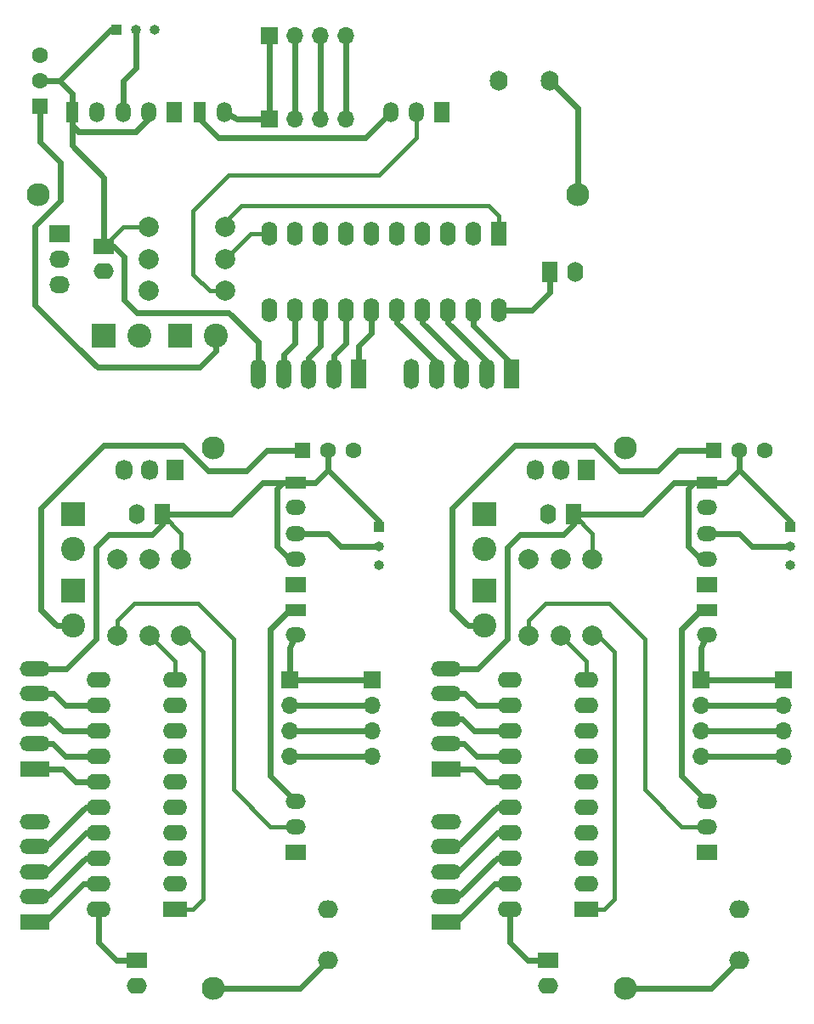
<source format=gbl>
%MOIN*%
%OFA0B0*%
%FSLAX46Y46*%
%IPPOS*%
%LPD*%
%ADD10C,0.0039370078740157488*%
%ADD11R,0.11811023622047245X0.059055118110236227*%
%ADD12O,0.11811023622047245X0.059055118110236227*%
%ADD13R,0.03937007874015748X0.03937007874015748*%
%ADD14O,0.03937007874015748X0.03937007874015748*%
%ADD15R,0.066929133858267723X0.066929133858267723*%
%ADD16O,0.066929133858267723X0.066929133858267723*%
%ADD17O,0.07874015748031496X0.07*%
%ADD18R,0.07874015748031496X0.051181102362204731*%
%ADD19O,0.07874015748031496X0.059055118110236227*%
%ADD20R,0.062992125984251982X0.07874015748031496*%
%ADD21O,0.062992125984251982X0.07874015748031496*%
%ADD22O,0.07874015748031496X0.062992125984251982*%
%ADD23R,0.07874015748031496X0.062992125984251982*%
%ADD24O,0.07874015748031496X0.059842519685039376*%
%ADD25R,0.07874015748031496X0.059842519685039376*%
%ADD26R,0.068X0.08*%
%ADD27O,0.068X0.08*%
%ADD28C,0.094488188976377951*%
%ADD29R,0.094488188976377951X0.094488188976377951*%
%ADD30C,0.0905511811023622*%
%ADD31C,0.07874015748031496*%
%ADD32R,0.059055118110236227X0.059055118110236227*%
%ADD33C,0.062992125984251982*%
%ADD34R,0.094488188976377951X0.062992125984251982*%
%ADD35O,0.094488188976377951X0.062992125984251982*%
%ADD36C,0.024000000000000004*%
%ADD37C,0.016*%
%ADD48C,0.0039370078740157488*%
%ADD49R,0.059055118110236227X0.11811023622047245*%
%ADD50O,0.059055118110236227X0.11811023622047245*%
%ADD51R,0.03937007874015748X0.03937007874015748*%
%ADD52O,0.03937007874015748X0.03937007874015748*%
%ADD53R,0.066929133858267723X0.066929133858267723*%
%ADD54O,0.066929133858267723X0.066929133858267723*%
%ADD55O,0.07X0.07874015748031496*%
%ADD56R,0.051181102362204731X0.07874015748031496*%
%ADD57O,0.059055118110236227X0.07874015748031496*%
%ADD58R,0.07874015748031496X0.062992125984251982*%
%ADD59O,0.07874015748031496X0.062992125984251982*%
%ADD60O,0.062992125984251982X0.07874015748031496*%
%ADD61R,0.062992125984251982X0.07874015748031496*%
%ADD62O,0.059842519685039376X0.07874015748031496*%
%ADD63R,0.059842519685039376X0.07874015748031496*%
%ADD64R,0.08X0.068*%
%ADD65O,0.08X0.068*%
%ADD66C,0.094488188976377951*%
%ADD67R,0.094488188976377951X0.094488188976377951*%
%ADD68C,0.0905511811023622*%
%ADD69C,0.07874015748031496*%
%ADD70R,0.059055118110236227X0.059055118110236227*%
%ADD71C,0.062992125984251982*%
%ADD72R,0.062992125984251982X0.094488188976377951*%
%ADD73O,0.062992125984251982X0.094488188976377951*%
%ADD74C,0.024000000000000004*%
%ADD75C,0.016*%
%ADD76C,0.0039370078740157488*%
%ADD77R,0.11811023622047245X0.059055118110236227*%
%ADD78O,0.11811023622047245X0.059055118110236227*%
%ADD79R,0.03937007874015748X0.03937007874015748*%
%ADD80O,0.03937007874015748X0.03937007874015748*%
%ADD81R,0.066929133858267723X0.066929133858267723*%
%ADD82O,0.066929133858267723X0.066929133858267723*%
%ADD83O,0.07874015748031496X0.07*%
%ADD84R,0.07874015748031496X0.051181102362204731*%
%ADD85O,0.07874015748031496X0.059055118110236227*%
%ADD86R,0.062992125984251982X0.07874015748031496*%
%ADD87O,0.062992125984251982X0.07874015748031496*%
%ADD88O,0.07874015748031496X0.062992125984251982*%
%ADD89R,0.07874015748031496X0.062992125984251982*%
%ADD90O,0.07874015748031496X0.059842519685039376*%
%ADD91R,0.07874015748031496X0.059842519685039376*%
%ADD92R,0.068X0.08*%
%ADD93O,0.068X0.08*%
%ADD94C,0.094488188976377951*%
%ADD95R,0.094488188976377951X0.094488188976377951*%
%ADD96C,0.0905511811023622*%
%ADD97C,0.07874015748031496*%
%ADD98R,0.059055118110236227X0.059055118110236227*%
%ADD99C,0.062992125984251982*%
%ADD100R,0.094488188976377951X0.062992125984251982*%
%ADD101O,0.094488188976377951X0.062992125984251982*%
%ADD102C,0.024000000000000004*%
%ADD103C,0.016*%
G01*
D10*
D11*
X-0004799999Y0004650000D02*
X0000100000Y0000350000D03*
D12*
X0000100000Y0000448425D03*
X0000100000Y0000546850D03*
X0000100000Y0000645275D03*
X0000100000Y0000743700D03*
D11*
X0000100000Y0000950000D03*
D12*
X0000100000Y0001048425D03*
X0000100000Y0001146850D03*
X0000100000Y0001245275D03*
X0000100000Y0001343700D03*
D13*
X0001450000Y0001900000D03*
D14*
X0001450000Y0001825000D03*
X0001450000Y0001750000D03*
D15*
X0001100000Y0001300000D03*
D16*
X0001100000Y0001200000D03*
X0001100000Y0001100000D03*
X0001100000Y0001000000D03*
D15*
X0001425000Y0001300000D03*
D16*
X0001425000Y0001200000D03*
X0001425000Y0001100000D03*
X0001425000Y0001000000D03*
D17*
X0001250000Y0000200000D03*
X0001250000Y0000400000D03*
D18*
X0001125000Y0001575000D03*
D19*
X0001125000Y0001476574D03*
D18*
X0001125000Y0002075000D03*
D19*
X0001125000Y0001976574D03*
D20*
X0000600000Y0001950000D03*
D21*
X0000501574Y0001950000D03*
D22*
X0000500000Y0000101574D03*
D23*
X0000500000Y0000200000D03*
D24*
X0001125000Y0001775000D03*
X0001125000Y0001875000D03*
D25*
X0001125000Y0001675000D03*
D24*
X0001125000Y0000725000D03*
X0001125000Y0000825000D03*
D25*
X0001125000Y0000625000D03*
D26*
X0000650000Y0002125000D03*
D27*
X0000550000Y0002125000D03*
X0000450000Y0002125000D03*
D28*
X0000250000Y0001812204D03*
D29*
X0000250000Y0001950000D03*
D28*
X0000250000Y0001512204D03*
D29*
X0000250000Y0001650000D03*
D30*
X0000802755Y0002209055D03*
X0000802755Y0000090944D03*
D31*
X0000425000Y0001475000D03*
X0000425000Y0001775000D03*
X0000550000Y0001775000D03*
X0000550000Y0001475000D03*
X0000675000Y0001475000D03*
X0000675000Y0001775000D03*
D32*
X0001150000Y0002200000D03*
D33*
X0001250000Y0002200000D03*
X0001350000Y0002200000D03*
D34*
X0000650000Y0000400000D03*
D35*
X0000350000Y0001300000D03*
X0000650000Y0000500000D03*
X0000350000Y0001200000D03*
X0000650000Y0000600000D03*
X0000350000Y0001100000D03*
X0000650000Y0000700000D03*
X0000350000Y0001000000D03*
X0000650000Y0000800000D03*
X0000350000Y0000900000D03*
X0000650000Y0000900000D03*
X0000350000Y0000800000D03*
X0000650000Y0001000000D03*
X0000350000Y0000700000D03*
X0000650000Y0001100000D03*
X0000350000Y0000600000D03*
X0000650000Y0001200000D03*
X0000350000Y0000500000D03*
X0000650000Y0001300000D03*
X0000350000Y0000400000D03*
D36*
X0001100000Y0001300000D02*
X0001100000Y0001426574D01*
X0001100000Y0001426574D02*
X0001125000Y0001476574D01*
X0001425000Y0001300000D02*
X0001100000Y0001300000D01*
X0000802755Y0000090944D02*
X0001140944Y0000090944D01*
X0001140944Y0000090944D02*
X0001250000Y0000200000D01*
X0001125000Y0001575000D02*
X0001100000Y0001575000D01*
X0001025000Y0001500000D02*
X0001100000Y0001575000D01*
X0001025000Y0000925000D02*
X0001125000Y0000825000D01*
X0001025000Y0000925000D02*
X0001025000Y0001350000D01*
X0001025000Y0001350000D02*
X0001025000Y0001500000D01*
X0001125000Y0001875000D02*
X0001250000Y0001875000D01*
X0001250000Y0001875000D02*
X0001300000Y0001825000D01*
X0001300000Y0001825000D02*
X0001450000Y0001825000D01*
X0001100000Y0001100000D02*
X0001425000Y0001100000D01*
X0001100000Y0001200000D02*
X0001425000Y0001200000D01*
D37*
X0000650000Y0001300000D02*
X0000650000Y0001375000D01*
X0000650000Y0001375000D02*
X0000550000Y0001475000D01*
X0000675000Y0001775000D02*
X0000675000Y0001875000D01*
X0000675000Y0001875000D02*
X0000600000Y0001950000D01*
D36*
X0000100000Y0001343700D02*
X0000223700Y0001343700D01*
X0000600000Y0001910000D02*
X0000600000Y0001950000D01*
X0000560000Y0001870000D02*
X0000600000Y0001910000D01*
X0000390000Y0001870000D02*
X0000560000Y0001870000D01*
X0000340000Y0001820000D02*
X0000390000Y0001870000D01*
X0000340000Y0001460000D02*
X0000340000Y0001820000D01*
X0000223700Y0001343700D02*
X0000340000Y0001460000D01*
X0000350000Y0000400000D02*
X0000350000Y0000270000D01*
X0000420000Y0000200000D02*
X0000500000Y0000200000D01*
X0000350000Y0000270000D02*
X0000420000Y0000200000D01*
X0001125000Y0002075000D02*
X0000995000Y0002075000D01*
X0000995000Y0002075000D02*
X0000870000Y0001950000D01*
X0000870000Y0001950000D02*
X0000600000Y0001950000D01*
X0001125000Y0001775000D02*
X0001100000Y0001775000D01*
X0001100000Y0001775000D02*
X0001075000Y0001800000D01*
X0001075000Y0001800000D02*
X0001050000Y0001825000D01*
X0001075000Y0002075000D02*
X0001125000Y0002075000D01*
X0001050000Y0002050000D02*
X0001075000Y0002075000D01*
X0001050000Y0001825000D02*
X0001050000Y0002050000D01*
X0001450000Y0001900000D02*
X0001450000Y0001925000D01*
X0001450000Y0001925000D02*
X0001250000Y0002125000D01*
X0001125000Y0002075000D02*
X0001200000Y0002075000D01*
X0001250000Y0002125000D02*
X0001250000Y0002200000D01*
X0001200000Y0002075000D02*
X0001250000Y0002125000D01*
X0000100000Y0000350000D02*
X0000140000Y0000350000D01*
X0000140000Y0000350000D02*
X0000290000Y0000500000D01*
X0000290000Y0000500000D02*
X0000350000Y0000500000D01*
X0000100000Y0000448425D02*
X0000148425Y0000448425D01*
X0000148425Y0000448425D02*
X0000300000Y0000600000D01*
X0000300000Y0000600000D02*
X0000350000Y0000600000D01*
X0000100000Y0000546850D02*
X0000146850Y0000546850D01*
X0000146850Y0000546850D02*
X0000300000Y0000700000D01*
X0000300000Y0000700000D02*
X0000350000Y0000700000D01*
X0000100000Y0000645275D02*
X0000145275Y0000645275D01*
X0000145275Y0000645275D02*
X0000300000Y0000800000D01*
X0000300000Y0000800000D02*
X0000350000Y0000800000D01*
X0000100000Y0000950000D02*
X0000210000Y0000950000D01*
X0000260000Y0000900000D02*
X0000350000Y0000900000D01*
X0000210000Y0000950000D02*
X0000260000Y0000900000D01*
X0000100000Y0001048425D02*
X0000171574Y0001048425D01*
X0000220000Y0001000000D02*
X0000350000Y0001000000D01*
X0000171574Y0001048425D02*
X0000220000Y0001000000D01*
X0000100000Y0001048425D02*
X0000151574Y0001048425D01*
X0000325000Y0001000000D02*
X0000350000Y0001000000D01*
X0000100000Y0001146850D02*
X0000163149Y0001146850D01*
X0000210000Y0001100000D02*
X0000350000Y0001100000D01*
X0000163149Y0001146850D02*
X0000210000Y0001100000D01*
X0000325000Y0001100000D02*
X0000350000Y0001100000D01*
X0000100000Y0001245275D02*
X0000174724Y0001245275D01*
X0000220000Y0001200000D02*
X0000350000Y0001200000D01*
X0000174724Y0001245275D02*
X0000220000Y0001200000D01*
X0001150000Y0002200000D02*
X0001010000Y0002200000D01*
X0000187795Y0001512204D02*
X0000125000Y0001575000D01*
X0000125000Y0001575000D02*
X0000125000Y0001975000D01*
X0000125000Y0001975000D02*
X0000200000Y0002050000D01*
X0000187795Y0001512204D02*
X0000250000Y0001512204D01*
X0000370000Y0002220000D02*
X0000200000Y0002050000D01*
X0000680000Y0002220000D02*
X0000370000Y0002220000D01*
X0000780000Y0002120000D02*
X0000680000Y0002220000D01*
X0000930000Y0002120000D02*
X0000780000Y0002120000D01*
X0001010000Y0002200000D02*
X0000930000Y0002120000D01*
X0001100000Y0001000000D02*
X0001425000Y0001000000D01*
D37*
X0001125000Y0000725000D02*
X0001025000Y0000725000D01*
X0000425000Y0001535000D02*
X0000425000Y0001475000D01*
X0000490000Y0001600000D02*
X0000425000Y0001535000D01*
X0000740000Y0001600000D02*
X0000490000Y0001600000D01*
X0000880000Y0001460000D02*
X0000740000Y0001600000D01*
X0000880000Y0000870000D02*
X0000880000Y0001460000D01*
X0001025000Y0000725000D02*
X0000880000Y0000870000D01*
X0000650000Y0000400000D02*
X0000720000Y0000400000D01*
X0000710000Y0001460000D02*
X0000675000Y0001475000D01*
X0000760000Y0001410000D02*
X0000710000Y0001460000D01*
X0000760000Y0000440000D02*
X0000760000Y0001410000D01*
X0000720000Y0000400000D02*
X0000760000Y0000440000D01*
G04 next file*
G04 #@! TF.FileFunction,Copper,L2,Bot,Signal*
G04 Gerber Fmt 4.6, Leading zero omitted, Abs format (unit mm)*
G04 Created by KiCad (PCBNEW 4.0.7) date 10/20/19 14:23:03*
G01*
G04 APERTURE LIST*
G04 APERTURE END LIST*
D48*
D49*
X-0002327165Y-0002398425D02*
X0001972834Y0002501574D03*
D50*
X0001874409Y0002501574D03*
X0001775984Y0002501574D03*
X0001677559Y0002501574D03*
X0001579133Y0002501574D03*
D49*
X0001372834Y0002501574D03*
D50*
X0001274409Y0002501574D03*
X0001175984Y0002501574D03*
X0001077559Y0002501574D03*
X0000979133Y0002501574D03*
D51*
X0000422834Y0003851574D03*
D52*
X0000497834Y0003851574D03*
X0000572834Y0003851574D03*
D53*
X0001022834Y0003501574D03*
D54*
X0001122834Y0003501574D03*
X0001222834Y0003501574D03*
X0001322834Y0003501574D03*
D53*
X0001022834Y0003826574D03*
D54*
X0001122834Y0003826574D03*
X0001222834Y0003826574D03*
X0001322834Y0003826574D03*
D55*
X0002122834Y0003651574D03*
X0001922834Y0003651574D03*
D56*
X0000747834Y0003526574D03*
D57*
X0000846259Y0003526574D03*
D56*
X0000247834Y0003526574D03*
D57*
X0000346259Y0003526574D03*
D58*
X0000372834Y0003001574D03*
D59*
X0000372834Y0002903149D03*
D60*
X0002221259Y0002901574D03*
D61*
X0002122834Y0002901574D03*
D62*
X0000547834Y0003526574D03*
X0000447834Y0003526574D03*
D63*
X0000647834Y0003526574D03*
D62*
X0001597834Y0003526574D03*
X0001497834Y0003526574D03*
D63*
X0001697834Y0003526574D03*
D64*
X0000197834Y0003051574D03*
D65*
X0000197834Y0002951574D03*
X0000197834Y0002851574D03*
D66*
X0000510629Y0002651574D03*
D67*
X0000372834Y0002651574D03*
D66*
X0000810629Y0002651574D03*
D67*
X0000672834Y0002651574D03*
D68*
X0000113779Y0003204330D03*
X0002231889Y0003204330D03*
D69*
X0000847834Y0002826574D03*
X0000547834Y0002826574D03*
X0000547834Y0002951574D03*
X0000847834Y0002951574D03*
X0000847834Y0003076574D03*
X0000547834Y0003076574D03*
D70*
X0000122834Y0003551574D03*
D71*
X0000122834Y0003651574D03*
X0000122834Y0003751574D03*
D72*
X0001922834Y0003051574D03*
D73*
X0001022834Y0002751574D03*
X0001822834Y0003051574D03*
X0001122834Y0002751574D03*
X0001722834Y0003051574D03*
X0001222834Y0002751574D03*
X0001622834Y0003051574D03*
X0001322834Y0002751574D03*
X0001522834Y0003051574D03*
X0001422834Y0002751574D03*
X0001422834Y0003051574D03*
X0001522834Y0002751574D03*
X0001322834Y0003051574D03*
X0001622834Y0002751574D03*
X0001222834Y0003051574D03*
X0001722834Y0002751574D03*
X0001122834Y0003051574D03*
X0001822834Y0002751574D03*
X0001022834Y0003051574D03*
X0001922834Y0002751574D03*
D74*
X0001022834Y0003501574D02*
X0000896259Y0003501574D01*
X0000896259Y0003501574D02*
X0000846259Y0003526574D01*
X0001022834Y0003826574D02*
X0001022834Y0003501574D01*
X0002231889Y0003204330D02*
X0002231889Y0003542519D01*
X0002231889Y0003542519D02*
X0002122834Y0003651574D01*
X0000747834Y0003526574D02*
X0000747834Y0003501574D01*
X0000822834Y0003426574D02*
X0000747834Y0003501574D01*
X0001397834Y0003426574D02*
X0001497834Y0003526574D01*
X0001397834Y0003426574D02*
X0000972834Y0003426574D01*
X0000972834Y0003426574D02*
X0000822834Y0003426574D01*
X0000447834Y0003526574D02*
X0000447834Y0003651574D01*
X0000447834Y0003651574D02*
X0000497834Y0003701574D01*
X0000497834Y0003701574D02*
X0000497834Y0003851574D01*
X0001222834Y0003501574D02*
X0001222834Y0003826574D01*
X0001122834Y0003501574D02*
X0001122834Y0003826574D01*
D75*
X0001022834Y0003051574D02*
X0000947834Y0003051574D01*
X0000947834Y0003051574D02*
X0000847834Y0002951574D01*
X0000547834Y0003076574D02*
X0000447834Y0003076574D01*
X0000447834Y0003076574D02*
X0000372834Y0003001574D01*
D74*
X0000979133Y0002501574D02*
X0000979133Y0002625275D01*
X0000412834Y0003001574D02*
X0000372834Y0003001574D01*
X0000452834Y0002961574D02*
X0000412834Y0003001574D01*
X0000452834Y0002791574D02*
X0000452834Y0002961574D01*
X0000502834Y0002741574D02*
X0000452834Y0002791574D01*
X0000862834Y0002741574D02*
X0000502834Y0002741574D01*
X0000979133Y0002625275D02*
X0000862834Y0002741574D01*
X0001922834Y0002751574D02*
X0002052834Y0002751574D01*
X0002122834Y0002821574D02*
X0002122834Y0002901574D01*
X0002052834Y0002751574D02*
X0002122834Y0002821574D01*
X0000247834Y0003526574D02*
X0000247834Y0003396574D01*
X0000247834Y0003396574D02*
X0000372834Y0003271574D01*
X0000372834Y0003271574D02*
X0000372834Y0003001574D01*
X0000547834Y0003526574D02*
X0000547834Y0003501574D01*
X0000547834Y0003501574D02*
X0000522834Y0003476574D01*
X0000522834Y0003476574D02*
X0000497834Y0003451574D01*
X0000247834Y0003476574D02*
X0000247834Y0003526574D01*
X0000272834Y0003451574D02*
X0000247834Y0003476574D01*
X0000497834Y0003451574D02*
X0000272834Y0003451574D01*
X0000422834Y0003851574D02*
X0000397834Y0003851574D01*
X0000397834Y0003851574D02*
X0000197834Y0003651574D01*
X0000247834Y0003526574D02*
X0000247834Y0003601574D01*
X0000197834Y0003651574D02*
X0000122834Y0003651574D01*
X0000247834Y0003601574D02*
X0000197834Y0003651574D01*
X0001972834Y0002501574D02*
X0001972834Y0002541574D01*
X0001972834Y0002541574D02*
X0001822834Y0002691574D01*
X0001822834Y0002691574D02*
X0001822834Y0002751574D01*
X0001874409Y0002501574D02*
X0001874409Y0002550000D01*
X0001874409Y0002550000D02*
X0001722834Y0002701574D01*
X0001722834Y0002701574D02*
X0001722834Y0002751574D01*
X0001775984Y0002501574D02*
X0001775984Y0002548425D01*
X0001775984Y0002548425D02*
X0001622834Y0002701574D01*
X0001622834Y0002701574D02*
X0001622834Y0002751574D01*
X0001677559Y0002501574D02*
X0001677559Y0002546850D01*
X0001677559Y0002546850D02*
X0001522834Y0002701574D01*
X0001522834Y0002701574D02*
X0001522834Y0002751574D01*
X0001372834Y0002501574D02*
X0001372834Y0002611574D01*
X0001422834Y0002661574D02*
X0001422834Y0002751574D01*
X0001372834Y0002611574D02*
X0001422834Y0002661574D01*
X0001274409Y0002501574D02*
X0001274409Y0002573149D01*
X0001322834Y0002621574D02*
X0001322834Y0002751574D01*
X0001274409Y0002573149D02*
X0001322834Y0002621574D01*
X0001274409Y0002501574D02*
X0001274409Y0002553149D01*
X0001322834Y0002726574D02*
X0001322834Y0002751574D01*
X0001175984Y0002501574D02*
X0001175984Y0002564724D01*
X0001222834Y0002611574D02*
X0001222834Y0002751574D01*
X0001175984Y0002564724D02*
X0001222834Y0002611574D01*
X0001222834Y0002726574D02*
X0001222834Y0002751574D01*
X0001077559Y0002501574D02*
X0001077559Y0002576299D01*
X0001122834Y0002621574D02*
X0001122834Y0002751574D01*
X0001077559Y0002576299D02*
X0001122834Y0002621574D01*
X0000122834Y0003551574D02*
X0000122834Y0003411574D01*
X0000810629Y0002589370D02*
X0000747834Y0002526574D01*
X0000747834Y0002526574D02*
X0000347834Y0002526574D01*
X0000347834Y0002526574D02*
X0000272834Y0002601574D01*
X0000810629Y0002589370D02*
X0000810629Y0002651574D01*
X0000102834Y0002771574D02*
X0000272834Y0002601574D01*
X0000102834Y0003081574D02*
X0000102834Y0002771574D01*
X0000202834Y0003181574D02*
X0000102834Y0003081574D01*
X0000202834Y0003331574D02*
X0000202834Y0003181574D01*
X0000122834Y0003411574D02*
X0000202834Y0003331574D01*
X0001322834Y0003501574D02*
X0001322834Y0003826574D01*
D75*
X0001597834Y0003526574D02*
X0001597834Y0003426574D01*
X0000787834Y0002826574D02*
X0000847834Y0002826574D01*
X0000722834Y0002891574D02*
X0000787834Y0002826574D01*
X0000722834Y0003141574D02*
X0000722834Y0002891574D01*
X0000862834Y0003281574D02*
X0000722834Y0003141574D01*
X0001452834Y0003281574D02*
X0000862834Y0003281574D01*
X0001597834Y0003426574D02*
X0001452834Y0003281574D01*
X0001922834Y0003051574D02*
X0001922834Y0003121574D01*
X0000862834Y0003111574D02*
X0000847834Y0003076574D01*
X0000912834Y0003161574D02*
X0000862834Y0003111574D01*
X0001882834Y0003161574D02*
X0000912834Y0003161574D01*
X0001922834Y0003121574D02*
X0001882834Y0003161574D01*
G04 next file*
G04 #@! TF.FileFunction,Copper,L2,Bot,Signal*
G04 Gerber Fmt 4.6, Leading zero omitted, Abs format (unit mm)*
G04 Created by KiCad (PCBNEW 4.0.7) date 10/20/19 14:23:03*
G01*
G04 APERTURE LIST*
G04 APERTURE END LIST*
D76*
D77*
X-0003185826Y0004650000D02*
X0001714173Y0000350000D03*
D78*
X0001714173Y0000448425D03*
X0001714173Y0000546850D03*
X0001714173Y0000645275D03*
X0001714173Y0000743700D03*
D77*
X0001714173Y0000950000D03*
D78*
X0001714173Y0001048425D03*
X0001714173Y0001146850D03*
X0001714173Y0001245275D03*
X0001714173Y0001343700D03*
D79*
X0003064173Y0001900000D03*
D80*
X0003064173Y0001825000D03*
X0003064173Y0001750000D03*
D81*
X0002714173Y0001300000D03*
D82*
X0002714173Y0001200000D03*
X0002714173Y0001100000D03*
X0002714173Y0001000000D03*
D81*
X0003039173Y0001300000D03*
D82*
X0003039173Y0001200000D03*
X0003039173Y0001100000D03*
X0003039173Y0001000000D03*
D83*
X0002864173Y0000200000D03*
X0002864173Y0000400000D03*
D84*
X0002739173Y0001575000D03*
D85*
X0002739173Y0001476574D03*
D84*
X0002739173Y0002075000D03*
D85*
X0002739173Y0001976574D03*
D86*
X0002214173Y0001950000D03*
D87*
X0002115748Y0001950000D03*
D88*
X0002114173Y0000101574D03*
D89*
X0002114173Y0000200000D03*
D90*
X0002739173Y0001775000D03*
X0002739173Y0001875000D03*
D91*
X0002739173Y0001675000D03*
D90*
X0002739173Y0000725000D03*
X0002739173Y0000825000D03*
D91*
X0002739173Y0000625000D03*
D92*
X0002264173Y0002125000D03*
D93*
X0002164173Y0002125000D03*
X0002064173Y0002125000D03*
D94*
X0001864173Y0001812204D03*
D95*
X0001864173Y0001950000D03*
D94*
X0001864173Y0001512204D03*
D95*
X0001864173Y0001650000D03*
D96*
X0002416929Y0002209055D03*
X0002416929Y0000090944D03*
D97*
X0002039173Y0001475000D03*
X0002039173Y0001775000D03*
X0002164173Y0001775000D03*
X0002164173Y0001475000D03*
X0002289173Y0001475000D03*
X0002289173Y0001775000D03*
D98*
X0002764173Y0002200000D03*
D99*
X0002864173Y0002200000D03*
X0002964173Y0002200000D03*
D100*
X0002264173Y0000400000D03*
D101*
X0001964173Y0001300000D03*
X0002264173Y0000500000D03*
X0001964173Y0001200000D03*
X0002264173Y0000600000D03*
X0001964173Y0001100000D03*
X0002264173Y0000700000D03*
X0001964173Y0001000000D03*
X0002264173Y0000800000D03*
X0001964173Y0000900000D03*
X0002264173Y0000900000D03*
X0001964173Y0000800000D03*
X0002264173Y0001000000D03*
X0001964173Y0000700000D03*
X0002264173Y0001100000D03*
X0001964173Y0000600000D03*
X0002264173Y0001200000D03*
X0001964173Y0000500000D03*
X0002264173Y0001300000D03*
X0001964173Y0000400000D03*
D102*
X0002714173Y0001300000D02*
X0002714173Y0001426574D01*
X0002714173Y0001426574D02*
X0002739173Y0001476574D01*
X0003039173Y0001300000D02*
X0002714173Y0001300000D01*
X0002416929Y0000090944D02*
X0002755118Y0000090944D01*
X0002755118Y0000090944D02*
X0002864173Y0000200000D01*
X0002739173Y0001575000D02*
X0002714173Y0001575000D01*
X0002639173Y0001500000D02*
X0002714173Y0001575000D01*
X0002639173Y0000925000D02*
X0002739173Y0000825000D01*
X0002639173Y0000925000D02*
X0002639173Y0001350000D01*
X0002639173Y0001350000D02*
X0002639173Y0001500000D01*
X0002739173Y0001875000D02*
X0002864173Y0001875000D01*
X0002864173Y0001875000D02*
X0002914173Y0001825000D01*
X0002914173Y0001825000D02*
X0003064173Y0001825000D01*
X0002714173Y0001100000D02*
X0003039173Y0001100000D01*
X0002714173Y0001200000D02*
X0003039173Y0001200000D01*
D103*
X0002264173Y0001300000D02*
X0002264173Y0001375000D01*
X0002264173Y0001375000D02*
X0002164173Y0001475000D01*
X0002289173Y0001775000D02*
X0002289173Y0001875000D01*
X0002289173Y0001875000D02*
X0002214173Y0001950000D01*
D102*
X0001714173Y0001343700D02*
X0001837874Y0001343700D01*
X0002214173Y0001910000D02*
X0002214173Y0001950000D01*
X0002174173Y0001870000D02*
X0002214173Y0001910000D01*
X0002004173Y0001870000D02*
X0002174173Y0001870000D01*
X0001954173Y0001820000D02*
X0002004173Y0001870000D01*
X0001954173Y0001460000D02*
X0001954173Y0001820000D01*
X0001837874Y0001343700D02*
X0001954173Y0001460000D01*
X0001964173Y0000400000D02*
X0001964173Y0000270000D01*
X0002034173Y0000200000D02*
X0002114173Y0000200000D01*
X0001964173Y0000270000D02*
X0002034173Y0000200000D01*
X0002739173Y0002075000D02*
X0002609173Y0002075000D01*
X0002609173Y0002075000D02*
X0002484173Y0001950000D01*
X0002484173Y0001950000D02*
X0002214173Y0001950000D01*
X0002739173Y0001775000D02*
X0002714173Y0001775000D01*
X0002714173Y0001775000D02*
X0002689173Y0001800000D01*
X0002689173Y0001800000D02*
X0002664173Y0001825000D01*
X0002689173Y0002075000D02*
X0002739173Y0002075000D01*
X0002664173Y0002050000D02*
X0002689173Y0002075000D01*
X0002664173Y0001825000D02*
X0002664173Y0002050000D01*
X0003064173Y0001900000D02*
X0003064173Y0001925000D01*
X0003064173Y0001925000D02*
X0002864173Y0002125000D01*
X0002739173Y0002075000D02*
X0002814173Y0002075000D01*
X0002864173Y0002125000D02*
X0002864173Y0002200000D01*
X0002814173Y0002075000D02*
X0002864173Y0002125000D01*
X0001714173Y0000350000D02*
X0001754173Y0000350000D01*
X0001754173Y0000350000D02*
X0001904173Y0000500000D01*
X0001904173Y0000500000D02*
X0001964173Y0000500000D01*
X0001714173Y0000448425D02*
X0001762598Y0000448425D01*
X0001762598Y0000448425D02*
X0001914173Y0000600000D01*
X0001914173Y0000600000D02*
X0001964173Y0000600000D01*
X0001714173Y0000546850D02*
X0001761023Y0000546850D01*
X0001761023Y0000546850D02*
X0001914173Y0000700000D01*
X0001914173Y0000700000D02*
X0001964173Y0000700000D01*
X0001714173Y0000645275D02*
X0001759448Y0000645275D01*
X0001759448Y0000645275D02*
X0001914173Y0000800000D01*
X0001914173Y0000800000D02*
X0001964173Y0000800000D01*
X0001714173Y0000950000D02*
X0001824173Y0000950000D01*
X0001874173Y0000900000D02*
X0001964173Y0000900000D01*
X0001824173Y0000950000D02*
X0001874173Y0000900000D01*
X0001714173Y0001048425D02*
X0001785748Y0001048425D01*
X0001834173Y0001000000D02*
X0001964173Y0001000000D01*
X0001785748Y0001048425D02*
X0001834173Y0001000000D01*
X0001714173Y0001048425D02*
X0001765748Y0001048425D01*
X0001939173Y0001000000D02*
X0001964173Y0001000000D01*
X0001714173Y0001146850D02*
X0001777322Y0001146850D01*
X0001824173Y0001100000D02*
X0001964173Y0001100000D01*
X0001777322Y0001146850D02*
X0001824173Y0001100000D01*
X0001939173Y0001100000D02*
X0001964173Y0001100000D01*
X0001714173Y0001245275D02*
X0001788897Y0001245275D01*
X0001834173Y0001200000D02*
X0001964173Y0001200000D01*
X0001788897Y0001245275D02*
X0001834173Y0001200000D01*
X0002764173Y0002200000D02*
X0002624173Y0002200000D01*
X0001801968Y0001512204D02*
X0001739173Y0001575000D01*
X0001739173Y0001575000D02*
X0001739173Y0001975000D01*
X0001739173Y0001975000D02*
X0001814173Y0002050000D01*
X0001801968Y0001512204D02*
X0001864173Y0001512204D01*
X0001984173Y0002220000D02*
X0001814173Y0002050000D01*
X0002294173Y0002220000D02*
X0001984173Y0002220000D01*
X0002394173Y0002120000D02*
X0002294173Y0002220000D01*
X0002544173Y0002120000D02*
X0002394173Y0002120000D01*
X0002624173Y0002200000D02*
X0002544173Y0002120000D01*
X0002714173Y0001000000D02*
X0003039173Y0001000000D01*
D103*
X0002739173Y0000725000D02*
X0002639173Y0000725000D01*
X0002039173Y0001535000D02*
X0002039173Y0001475000D01*
X0002104173Y0001600000D02*
X0002039173Y0001535000D01*
X0002354173Y0001600000D02*
X0002104173Y0001600000D01*
X0002494173Y0001460000D02*
X0002354173Y0001600000D01*
X0002494173Y0000870000D02*
X0002494173Y0001460000D01*
X0002639173Y0000725000D02*
X0002494173Y0000870000D01*
X0002264173Y0000400000D02*
X0002334173Y0000400000D01*
X0002324173Y0001460000D02*
X0002289173Y0001475000D01*
X0002374173Y0001410000D02*
X0002324173Y0001460000D01*
X0002374173Y0000440000D02*
X0002374173Y0001410000D01*
X0002334173Y0000400000D02*
X0002374173Y0000440000D01*
M02*
</source>
